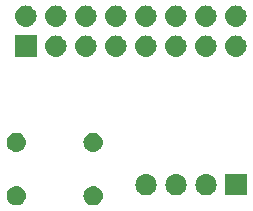
<source format=gbs>
G04 #@! TF.GenerationSoftware,KiCad,Pcbnew,(5.1.2)-1*
G04 #@! TF.CreationDate,2019-05-14T16:37:42-04:00*
G04 #@! TF.ProjectId,RaspberryPiHat,52617370-6265-4727-9279-50694861742e,1*
G04 #@! TF.SameCoordinates,Original*
G04 #@! TF.FileFunction,Soldermask,Bot*
G04 #@! TF.FilePolarity,Negative*
%FSLAX46Y46*%
G04 Gerber Fmt 4.6, Leading zero omitted, Abs format (unit mm)*
G04 Created by KiCad (PCBNEW (5.1.2)-1) date 2019-05-14 16:37:42*
%MOMM*%
%LPD*%
G04 APERTURE LIST*
%ADD10C,0.100000*%
G04 APERTURE END LIST*
D10*
G36*
X98349146Y-80445521D02*
G01*
X98428775Y-80453364D01*
X98566779Y-80495227D01*
X98582029Y-80499853D01*
X98723262Y-80575344D01*
X98847058Y-80676941D01*
X98948655Y-80800737D01*
X99024146Y-80941970D01*
X99024147Y-80941973D01*
X99070635Y-81095224D01*
X99086332Y-81254600D01*
X99070635Y-81413976D01*
X99024147Y-81567227D01*
X99024146Y-81567230D01*
X98948655Y-81708463D01*
X98847058Y-81832259D01*
X98723262Y-81933856D01*
X98582029Y-82009347D01*
X98582026Y-82009348D01*
X98428775Y-82055836D01*
X98349146Y-82063679D01*
X98309333Y-82067600D01*
X98229465Y-82067600D01*
X98189652Y-82063679D01*
X98110023Y-82055836D01*
X97956772Y-82009348D01*
X97956769Y-82009347D01*
X97815536Y-81933856D01*
X97691740Y-81832259D01*
X97590143Y-81708463D01*
X97514652Y-81567230D01*
X97514651Y-81567227D01*
X97468163Y-81413976D01*
X97452466Y-81254600D01*
X97468163Y-81095224D01*
X97514651Y-80941973D01*
X97514652Y-80941970D01*
X97590143Y-80800737D01*
X97691740Y-80676941D01*
X97815536Y-80575344D01*
X97956769Y-80499853D01*
X97972019Y-80495227D01*
X98110023Y-80453364D01*
X98189652Y-80445521D01*
X98229465Y-80441600D01*
X98309333Y-80441600D01*
X98349146Y-80445521D01*
X98349146Y-80445521D01*
G37*
G36*
X91846746Y-80445521D02*
G01*
X91926375Y-80453364D01*
X92064379Y-80495227D01*
X92079629Y-80499853D01*
X92220862Y-80575344D01*
X92344658Y-80676941D01*
X92446255Y-80800737D01*
X92521746Y-80941970D01*
X92521747Y-80941973D01*
X92568235Y-81095224D01*
X92583932Y-81254600D01*
X92568235Y-81413976D01*
X92521747Y-81567227D01*
X92521746Y-81567230D01*
X92446255Y-81708463D01*
X92344658Y-81832259D01*
X92220862Y-81933856D01*
X92079629Y-82009347D01*
X92079626Y-82009348D01*
X91926375Y-82055836D01*
X91846746Y-82063679D01*
X91806933Y-82067600D01*
X91727065Y-82067600D01*
X91687252Y-82063679D01*
X91607623Y-82055836D01*
X91454372Y-82009348D01*
X91454369Y-82009347D01*
X91313136Y-81933856D01*
X91189340Y-81832259D01*
X91087743Y-81708463D01*
X91012252Y-81567230D01*
X91012251Y-81567227D01*
X90965763Y-81413976D01*
X90950066Y-81254600D01*
X90965763Y-81095224D01*
X91012251Y-80941973D01*
X91012252Y-80941970D01*
X91087743Y-80800737D01*
X91189340Y-80676941D01*
X91313136Y-80575344D01*
X91454369Y-80499853D01*
X91469619Y-80495227D01*
X91607623Y-80453364D01*
X91687252Y-80445521D01*
X91727065Y-80441600D01*
X91806933Y-80441600D01*
X91846746Y-80445521D01*
X91846746Y-80445521D01*
G37*
G36*
X102860443Y-79424119D02*
G01*
X102926627Y-79430637D01*
X103096466Y-79482157D01*
X103252991Y-79565822D01*
X103288729Y-79595152D01*
X103390186Y-79678414D01*
X103473448Y-79779871D01*
X103502778Y-79815609D01*
X103586443Y-79972134D01*
X103637963Y-80141973D01*
X103655359Y-80318600D01*
X103637963Y-80495227D01*
X103586443Y-80665066D01*
X103502778Y-80821591D01*
X103473448Y-80857329D01*
X103390186Y-80958786D01*
X103288729Y-81042048D01*
X103252991Y-81071378D01*
X103096466Y-81155043D01*
X102926627Y-81206563D01*
X102860442Y-81213082D01*
X102794260Y-81219600D01*
X102705740Y-81219600D01*
X102639558Y-81213082D01*
X102573373Y-81206563D01*
X102403534Y-81155043D01*
X102247009Y-81071378D01*
X102211271Y-81042048D01*
X102109814Y-80958786D01*
X102026552Y-80857329D01*
X101997222Y-80821591D01*
X101913557Y-80665066D01*
X101862037Y-80495227D01*
X101844641Y-80318600D01*
X101862037Y-80141973D01*
X101913557Y-79972134D01*
X101997222Y-79815609D01*
X102026552Y-79779871D01*
X102109814Y-79678414D01*
X102211271Y-79595152D01*
X102247009Y-79565822D01*
X102403534Y-79482157D01*
X102573373Y-79430637D01*
X102639557Y-79424119D01*
X102705740Y-79417600D01*
X102794260Y-79417600D01*
X102860443Y-79424119D01*
X102860443Y-79424119D01*
G37*
G36*
X105400443Y-79424119D02*
G01*
X105466627Y-79430637D01*
X105636466Y-79482157D01*
X105792991Y-79565822D01*
X105828729Y-79595152D01*
X105930186Y-79678414D01*
X106013448Y-79779871D01*
X106042778Y-79815609D01*
X106126443Y-79972134D01*
X106177963Y-80141973D01*
X106195359Y-80318600D01*
X106177963Y-80495227D01*
X106126443Y-80665066D01*
X106042778Y-80821591D01*
X106013448Y-80857329D01*
X105930186Y-80958786D01*
X105828729Y-81042048D01*
X105792991Y-81071378D01*
X105636466Y-81155043D01*
X105466627Y-81206563D01*
X105400442Y-81213082D01*
X105334260Y-81219600D01*
X105245740Y-81219600D01*
X105179558Y-81213082D01*
X105113373Y-81206563D01*
X104943534Y-81155043D01*
X104787009Y-81071378D01*
X104751271Y-81042048D01*
X104649814Y-80958786D01*
X104566552Y-80857329D01*
X104537222Y-80821591D01*
X104453557Y-80665066D01*
X104402037Y-80495227D01*
X104384641Y-80318600D01*
X104402037Y-80141973D01*
X104453557Y-79972134D01*
X104537222Y-79815609D01*
X104566552Y-79779871D01*
X104649814Y-79678414D01*
X104751271Y-79595152D01*
X104787009Y-79565822D01*
X104943534Y-79482157D01*
X105113373Y-79430637D01*
X105179557Y-79424119D01*
X105245740Y-79417600D01*
X105334260Y-79417600D01*
X105400443Y-79424119D01*
X105400443Y-79424119D01*
G37*
G36*
X107940443Y-79424119D02*
G01*
X108006627Y-79430637D01*
X108176466Y-79482157D01*
X108332991Y-79565822D01*
X108368729Y-79595152D01*
X108470186Y-79678414D01*
X108553448Y-79779871D01*
X108582778Y-79815609D01*
X108666443Y-79972134D01*
X108717963Y-80141973D01*
X108735359Y-80318600D01*
X108717963Y-80495227D01*
X108666443Y-80665066D01*
X108582778Y-80821591D01*
X108553448Y-80857329D01*
X108470186Y-80958786D01*
X108368729Y-81042048D01*
X108332991Y-81071378D01*
X108176466Y-81155043D01*
X108006627Y-81206563D01*
X107940442Y-81213082D01*
X107874260Y-81219600D01*
X107785740Y-81219600D01*
X107719558Y-81213082D01*
X107653373Y-81206563D01*
X107483534Y-81155043D01*
X107327009Y-81071378D01*
X107291271Y-81042048D01*
X107189814Y-80958786D01*
X107106552Y-80857329D01*
X107077222Y-80821591D01*
X106993557Y-80665066D01*
X106942037Y-80495227D01*
X106924641Y-80318600D01*
X106942037Y-80141973D01*
X106993557Y-79972134D01*
X107077222Y-79815609D01*
X107106552Y-79779871D01*
X107189814Y-79678414D01*
X107291271Y-79595152D01*
X107327009Y-79565822D01*
X107483534Y-79482157D01*
X107653373Y-79430637D01*
X107719557Y-79424119D01*
X107785740Y-79417600D01*
X107874260Y-79417600D01*
X107940443Y-79424119D01*
X107940443Y-79424119D01*
G37*
G36*
X111271000Y-81219600D02*
G01*
X109469000Y-81219600D01*
X109469000Y-79417600D01*
X111271000Y-79417600D01*
X111271000Y-81219600D01*
X111271000Y-81219600D01*
G37*
G36*
X91846746Y-75924321D02*
G01*
X91926375Y-75932164D01*
X92079626Y-75978652D01*
X92079629Y-75978653D01*
X92220862Y-76054144D01*
X92344658Y-76155741D01*
X92446255Y-76279537D01*
X92521746Y-76420770D01*
X92521747Y-76420773D01*
X92568235Y-76574024D01*
X92583932Y-76733400D01*
X92568235Y-76892776D01*
X92521747Y-77046027D01*
X92521746Y-77046030D01*
X92446255Y-77187263D01*
X92344658Y-77311059D01*
X92220862Y-77412656D01*
X92079629Y-77488147D01*
X92079626Y-77488148D01*
X91926375Y-77534636D01*
X91846746Y-77542479D01*
X91806933Y-77546400D01*
X91727065Y-77546400D01*
X91687252Y-77542479D01*
X91607623Y-77534636D01*
X91454372Y-77488148D01*
X91454369Y-77488147D01*
X91313136Y-77412656D01*
X91189340Y-77311059D01*
X91087743Y-77187263D01*
X91012252Y-77046030D01*
X91012251Y-77046027D01*
X90965763Y-76892776D01*
X90950066Y-76733400D01*
X90965763Y-76574024D01*
X91012251Y-76420773D01*
X91012252Y-76420770D01*
X91087743Y-76279537D01*
X91189340Y-76155741D01*
X91313136Y-76054144D01*
X91454369Y-75978653D01*
X91454372Y-75978652D01*
X91607623Y-75932164D01*
X91687252Y-75924321D01*
X91727065Y-75920400D01*
X91806933Y-75920400D01*
X91846746Y-75924321D01*
X91846746Y-75924321D01*
G37*
G36*
X98349146Y-75924321D02*
G01*
X98428775Y-75932164D01*
X98582026Y-75978652D01*
X98582029Y-75978653D01*
X98723262Y-76054144D01*
X98847058Y-76155741D01*
X98948655Y-76279537D01*
X99024146Y-76420770D01*
X99024147Y-76420773D01*
X99070635Y-76574024D01*
X99086332Y-76733400D01*
X99070635Y-76892776D01*
X99024147Y-77046027D01*
X99024146Y-77046030D01*
X98948655Y-77187263D01*
X98847058Y-77311059D01*
X98723262Y-77412656D01*
X98582029Y-77488147D01*
X98582026Y-77488148D01*
X98428775Y-77534636D01*
X98349146Y-77542479D01*
X98309333Y-77546400D01*
X98229465Y-77546400D01*
X98189652Y-77542479D01*
X98110023Y-77534636D01*
X97956772Y-77488148D01*
X97956769Y-77488147D01*
X97815536Y-77412656D01*
X97691740Y-77311059D01*
X97590143Y-77187263D01*
X97514652Y-77046030D01*
X97514651Y-77046027D01*
X97468163Y-76892776D01*
X97452466Y-76733400D01*
X97468163Y-76574024D01*
X97514651Y-76420773D01*
X97514652Y-76420770D01*
X97590143Y-76279537D01*
X97691740Y-76155741D01*
X97815536Y-76054144D01*
X97956769Y-75978653D01*
X97956772Y-75978652D01*
X98110023Y-75932164D01*
X98189652Y-75924321D01*
X98229465Y-75920400D01*
X98309333Y-75920400D01*
X98349146Y-75924321D01*
X98349146Y-75924321D01*
G37*
G36*
X102853443Y-67685519D02*
G01*
X102919627Y-67692037D01*
X103089466Y-67743557D01*
X103245991Y-67827222D01*
X103281729Y-67856552D01*
X103383186Y-67939814D01*
X103466448Y-68041271D01*
X103495778Y-68077009D01*
X103579443Y-68233534D01*
X103630963Y-68403373D01*
X103648359Y-68580000D01*
X103630963Y-68756627D01*
X103579443Y-68926466D01*
X103495778Y-69082991D01*
X103466448Y-69118729D01*
X103383186Y-69220186D01*
X103281729Y-69303448D01*
X103245991Y-69332778D01*
X103089466Y-69416443D01*
X102919627Y-69467963D01*
X102853442Y-69474482D01*
X102787260Y-69481000D01*
X102698740Y-69481000D01*
X102632558Y-69474482D01*
X102566373Y-69467963D01*
X102396534Y-69416443D01*
X102240009Y-69332778D01*
X102204271Y-69303448D01*
X102102814Y-69220186D01*
X102019552Y-69118729D01*
X101990222Y-69082991D01*
X101906557Y-68926466D01*
X101855037Y-68756627D01*
X101837641Y-68580000D01*
X101855037Y-68403373D01*
X101906557Y-68233534D01*
X101990222Y-68077009D01*
X102019552Y-68041271D01*
X102102814Y-67939814D01*
X102204271Y-67856552D01*
X102240009Y-67827222D01*
X102396534Y-67743557D01*
X102566373Y-67692037D01*
X102632557Y-67685519D01*
X102698740Y-67679000D01*
X102787260Y-67679000D01*
X102853443Y-67685519D01*
X102853443Y-67685519D01*
G37*
G36*
X93484000Y-69481000D02*
G01*
X91682000Y-69481000D01*
X91682000Y-67679000D01*
X93484000Y-67679000D01*
X93484000Y-69481000D01*
X93484000Y-69481000D01*
G37*
G36*
X95233443Y-67685519D02*
G01*
X95299627Y-67692037D01*
X95469466Y-67743557D01*
X95625991Y-67827222D01*
X95661729Y-67856552D01*
X95763186Y-67939814D01*
X95846448Y-68041271D01*
X95875778Y-68077009D01*
X95959443Y-68233534D01*
X96010963Y-68403373D01*
X96028359Y-68580000D01*
X96010963Y-68756627D01*
X95959443Y-68926466D01*
X95875778Y-69082991D01*
X95846448Y-69118729D01*
X95763186Y-69220186D01*
X95661729Y-69303448D01*
X95625991Y-69332778D01*
X95469466Y-69416443D01*
X95299627Y-69467963D01*
X95233442Y-69474482D01*
X95167260Y-69481000D01*
X95078740Y-69481000D01*
X95012558Y-69474482D01*
X94946373Y-69467963D01*
X94776534Y-69416443D01*
X94620009Y-69332778D01*
X94584271Y-69303448D01*
X94482814Y-69220186D01*
X94399552Y-69118729D01*
X94370222Y-69082991D01*
X94286557Y-68926466D01*
X94235037Y-68756627D01*
X94217641Y-68580000D01*
X94235037Y-68403373D01*
X94286557Y-68233534D01*
X94370222Y-68077009D01*
X94399552Y-68041271D01*
X94482814Y-67939814D01*
X94584271Y-67856552D01*
X94620009Y-67827222D01*
X94776534Y-67743557D01*
X94946373Y-67692037D01*
X95012557Y-67685519D01*
X95078740Y-67679000D01*
X95167260Y-67679000D01*
X95233443Y-67685519D01*
X95233443Y-67685519D01*
G37*
G36*
X100313443Y-67685519D02*
G01*
X100379627Y-67692037D01*
X100549466Y-67743557D01*
X100705991Y-67827222D01*
X100741729Y-67856552D01*
X100843186Y-67939814D01*
X100926448Y-68041271D01*
X100955778Y-68077009D01*
X101039443Y-68233534D01*
X101090963Y-68403373D01*
X101108359Y-68580000D01*
X101090963Y-68756627D01*
X101039443Y-68926466D01*
X100955778Y-69082991D01*
X100926448Y-69118729D01*
X100843186Y-69220186D01*
X100741729Y-69303448D01*
X100705991Y-69332778D01*
X100549466Y-69416443D01*
X100379627Y-69467963D01*
X100313442Y-69474482D01*
X100247260Y-69481000D01*
X100158740Y-69481000D01*
X100092558Y-69474482D01*
X100026373Y-69467963D01*
X99856534Y-69416443D01*
X99700009Y-69332778D01*
X99664271Y-69303448D01*
X99562814Y-69220186D01*
X99479552Y-69118729D01*
X99450222Y-69082991D01*
X99366557Y-68926466D01*
X99315037Y-68756627D01*
X99297641Y-68580000D01*
X99315037Y-68403373D01*
X99366557Y-68233534D01*
X99450222Y-68077009D01*
X99479552Y-68041271D01*
X99562814Y-67939814D01*
X99664271Y-67856552D01*
X99700009Y-67827222D01*
X99856534Y-67743557D01*
X100026373Y-67692037D01*
X100092557Y-67685519D01*
X100158740Y-67679000D01*
X100247260Y-67679000D01*
X100313443Y-67685519D01*
X100313443Y-67685519D01*
G37*
G36*
X105393443Y-67685519D02*
G01*
X105459627Y-67692037D01*
X105629466Y-67743557D01*
X105785991Y-67827222D01*
X105821729Y-67856552D01*
X105923186Y-67939814D01*
X106006448Y-68041271D01*
X106035778Y-68077009D01*
X106119443Y-68233534D01*
X106170963Y-68403373D01*
X106188359Y-68580000D01*
X106170963Y-68756627D01*
X106119443Y-68926466D01*
X106035778Y-69082991D01*
X106006448Y-69118729D01*
X105923186Y-69220186D01*
X105821729Y-69303448D01*
X105785991Y-69332778D01*
X105629466Y-69416443D01*
X105459627Y-69467963D01*
X105393442Y-69474482D01*
X105327260Y-69481000D01*
X105238740Y-69481000D01*
X105172558Y-69474482D01*
X105106373Y-69467963D01*
X104936534Y-69416443D01*
X104780009Y-69332778D01*
X104744271Y-69303448D01*
X104642814Y-69220186D01*
X104559552Y-69118729D01*
X104530222Y-69082991D01*
X104446557Y-68926466D01*
X104395037Y-68756627D01*
X104377641Y-68580000D01*
X104395037Y-68403373D01*
X104446557Y-68233534D01*
X104530222Y-68077009D01*
X104559552Y-68041271D01*
X104642814Y-67939814D01*
X104744271Y-67856552D01*
X104780009Y-67827222D01*
X104936534Y-67743557D01*
X105106373Y-67692037D01*
X105172557Y-67685519D01*
X105238740Y-67679000D01*
X105327260Y-67679000D01*
X105393443Y-67685519D01*
X105393443Y-67685519D01*
G37*
G36*
X107933443Y-67685519D02*
G01*
X107999627Y-67692037D01*
X108169466Y-67743557D01*
X108325991Y-67827222D01*
X108361729Y-67856552D01*
X108463186Y-67939814D01*
X108546448Y-68041271D01*
X108575778Y-68077009D01*
X108659443Y-68233534D01*
X108710963Y-68403373D01*
X108728359Y-68580000D01*
X108710963Y-68756627D01*
X108659443Y-68926466D01*
X108575778Y-69082991D01*
X108546448Y-69118729D01*
X108463186Y-69220186D01*
X108361729Y-69303448D01*
X108325991Y-69332778D01*
X108169466Y-69416443D01*
X107999627Y-69467963D01*
X107933442Y-69474482D01*
X107867260Y-69481000D01*
X107778740Y-69481000D01*
X107712558Y-69474482D01*
X107646373Y-69467963D01*
X107476534Y-69416443D01*
X107320009Y-69332778D01*
X107284271Y-69303448D01*
X107182814Y-69220186D01*
X107099552Y-69118729D01*
X107070222Y-69082991D01*
X106986557Y-68926466D01*
X106935037Y-68756627D01*
X106917641Y-68580000D01*
X106935037Y-68403373D01*
X106986557Y-68233534D01*
X107070222Y-68077009D01*
X107099552Y-68041271D01*
X107182814Y-67939814D01*
X107284271Y-67856552D01*
X107320009Y-67827222D01*
X107476534Y-67743557D01*
X107646373Y-67692037D01*
X107712557Y-67685519D01*
X107778740Y-67679000D01*
X107867260Y-67679000D01*
X107933443Y-67685519D01*
X107933443Y-67685519D01*
G37*
G36*
X110473443Y-67685519D02*
G01*
X110539627Y-67692037D01*
X110709466Y-67743557D01*
X110865991Y-67827222D01*
X110901729Y-67856552D01*
X111003186Y-67939814D01*
X111086448Y-68041271D01*
X111115778Y-68077009D01*
X111199443Y-68233534D01*
X111250963Y-68403373D01*
X111268359Y-68580000D01*
X111250963Y-68756627D01*
X111199443Y-68926466D01*
X111115778Y-69082991D01*
X111086448Y-69118729D01*
X111003186Y-69220186D01*
X110901729Y-69303448D01*
X110865991Y-69332778D01*
X110709466Y-69416443D01*
X110539627Y-69467963D01*
X110473442Y-69474482D01*
X110407260Y-69481000D01*
X110318740Y-69481000D01*
X110252558Y-69474482D01*
X110186373Y-69467963D01*
X110016534Y-69416443D01*
X109860009Y-69332778D01*
X109824271Y-69303448D01*
X109722814Y-69220186D01*
X109639552Y-69118729D01*
X109610222Y-69082991D01*
X109526557Y-68926466D01*
X109475037Y-68756627D01*
X109457641Y-68580000D01*
X109475037Y-68403373D01*
X109526557Y-68233534D01*
X109610222Y-68077009D01*
X109639552Y-68041271D01*
X109722814Y-67939814D01*
X109824271Y-67856552D01*
X109860009Y-67827222D01*
X110016534Y-67743557D01*
X110186373Y-67692037D01*
X110252557Y-67685519D01*
X110318740Y-67679000D01*
X110407260Y-67679000D01*
X110473443Y-67685519D01*
X110473443Y-67685519D01*
G37*
G36*
X97773443Y-67685519D02*
G01*
X97839627Y-67692037D01*
X98009466Y-67743557D01*
X98165991Y-67827222D01*
X98201729Y-67856552D01*
X98303186Y-67939814D01*
X98386448Y-68041271D01*
X98415778Y-68077009D01*
X98499443Y-68233534D01*
X98550963Y-68403373D01*
X98568359Y-68580000D01*
X98550963Y-68756627D01*
X98499443Y-68926466D01*
X98415778Y-69082991D01*
X98386448Y-69118729D01*
X98303186Y-69220186D01*
X98201729Y-69303448D01*
X98165991Y-69332778D01*
X98009466Y-69416443D01*
X97839627Y-69467963D01*
X97773442Y-69474482D01*
X97707260Y-69481000D01*
X97618740Y-69481000D01*
X97552558Y-69474482D01*
X97486373Y-69467963D01*
X97316534Y-69416443D01*
X97160009Y-69332778D01*
X97124271Y-69303448D01*
X97022814Y-69220186D01*
X96939552Y-69118729D01*
X96910222Y-69082991D01*
X96826557Y-68926466D01*
X96775037Y-68756627D01*
X96757641Y-68580000D01*
X96775037Y-68403373D01*
X96826557Y-68233534D01*
X96910222Y-68077009D01*
X96939552Y-68041271D01*
X97022814Y-67939814D01*
X97124271Y-67856552D01*
X97160009Y-67827222D01*
X97316534Y-67743557D01*
X97486373Y-67692037D01*
X97552557Y-67685519D01*
X97618740Y-67679000D01*
X97707260Y-67679000D01*
X97773443Y-67685519D01*
X97773443Y-67685519D01*
G37*
G36*
X105393442Y-65145518D02*
G01*
X105459627Y-65152037D01*
X105629466Y-65203557D01*
X105785991Y-65287222D01*
X105821729Y-65316552D01*
X105923186Y-65399814D01*
X106006448Y-65501271D01*
X106035778Y-65537009D01*
X106119443Y-65693534D01*
X106170963Y-65863373D01*
X106188359Y-66040000D01*
X106170963Y-66216627D01*
X106119443Y-66386466D01*
X106035778Y-66542991D01*
X106006448Y-66578729D01*
X105923186Y-66680186D01*
X105821729Y-66763448D01*
X105785991Y-66792778D01*
X105629466Y-66876443D01*
X105459627Y-66927963D01*
X105393442Y-66934482D01*
X105327260Y-66941000D01*
X105238740Y-66941000D01*
X105172558Y-66934482D01*
X105106373Y-66927963D01*
X104936534Y-66876443D01*
X104780009Y-66792778D01*
X104744271Y-66763448D01*
X104642814Y-66680186D01*
X104559552Y-66578729D01*
X104530222Y-66542991D01*
X104446557Y-66386466D01*
X104395037Y-66216627D01*
X104377641Y-66040000D01*
X104395037Y-65863373D01*
X104446557Y-65693534D01*
X104530222Y-65537009D01*
X104559552Y-65501271D01*
X104642814Y-65399814D01*
X104744271Y-65316552D01*
X104780009Y-65287222D01*
X104936534Y-65203557D01*
X105106373Y-65152037D01*
X105172558Y-65145518D01*
X105238740Y-65139000D01*
X105327260Y-65139000D01*
X105393442Y-65145518D01*
X105393442Y-65145518D01*
G37*
G36*
X110473442Y-65145518D02*
G01*
X110539627Y-65152037D01*
X110709466Y-65203557D01*
X110865991Y-65287222D01*
X110901729Y-65316552D01*
X111003186Y-65399814D01*
X111086448Y-65501271D01*
X111115778Y-65537009D01*
X111199443Y-65693534D01*
X111250963Y-65863373D01*
X111268359Y-66040000D01*
X111250963Y-66216627D01*
X111199443Y-66386466D01*
X111115778Y-66542991D01*
X111086448Y-66578729D01*
X111003186Y-66680186D01*
X110901729Y-66763448D01*
X110865991Y-66792778D01*
X110709466Y-66876443D01*
X110539627Y-66927963D01*
X110473442Y-66934482D01*
X110407260Y-66941000D01*
X110318740Y-66941000D01*
X110252558Y-66934482D01*
X110186373Y-66927963D01*
X110016534Y-66876443D01*
X109860009Y-66792778D01*
X109824271Y-66763448D01*
X109722814Y-66680186D01*
X109639552Y-66578729D01*
X109610222Y-66542991D01*
X109526557Y-66386466D01*
X109475037Y-66216627D01*
X109457641Y-66040000D01*
X109475037Y-65863373D01*
X109526557Y-65693534D01*
X109610222Y-65537009D01*
X109639552Y-65501271D01*
X109722814Y-65399814D01*
X109824271Y-65316552D01*
X109860009Y-65287222D01*
X110016534Y-65203557D01*
X110186373Y-65152037D01*
X110252558Y-65145518D01*
X110318740Y-65139000D01*
X110407260Y-65139000D01*
X110473442Y-65145518D01*
X110473442Y-65145518D01*
G37*
G36*
X107933442Y-65145518D02*
G01*
X107999627Y-65152037D01*
X108169466Y-65203557D01*
X108325991Y-65287222D01*
X108361729Y-65316552D01*
X108463186Y-65399814D01*
X108546448Y-65501271D01*
X108575778Y-65537009D01*
X108659443Y-65693534D01*
X108710963Y-65863373D01*
X108728359Y-66040000D01*
X108710963Y-66216627D01*
X108659443Y-66386466D01*
X108575778Y-66542991D01*
X108546448Y-66578729D01*
X108463186Y-66680186D01*
X108361729Y-66763448D01*
X108325991Y-66792778D01*
X108169466Y-66876443D01*
X107999627Y-66927963D01*
X107933442Y-66934482D01*
X107867260Y-66941000D01*
X107778740Y-66941000D01*
X107712558Y-66934482D01*
X107646373Y-66927963D01*
X107476534Y-66876443D01*
X107320009Y-66792778D01*
X107284271Y-66763448D01*
X107182814Y-66680186D01*
X107099552Y-66578729D01*
X107070222Y-66542991D01*
X106986557Y-66386466D01*
X106935037Y-66216627D01*
X106917641Y-66040000D01*
X106935037Y-65863373D01*
X106986557Y-65693534D01*
X107070222Y-65537009D01*
X107099552Y-65501271D01*
X107182814Y-65399814D01*
X107284271Y-65316552D01*
X107320009Y-65287222D01*
X107476534Y-65203557D01*
X107646373Y-65152037D01*
X107712558Y-65145518D01*
X107778740Y-65139000D01*
X107867260Y-65139000D01*
X107933442Y-65145518D01*
X107933442Y-65145518D01*
G37*
G36*
X102853442Y-65145518D02*
G01*
X102919627Y-65152037D01*
X103089466Y-65203557D01*
X103245991Y-65287222D01*
X103281729Y-65316552D01*
X103383186Y-65399814D01*
X103466448Y-65501271D01*
X103495778Y-65537009D01*
X103579443Y-65693534D01*
X103630963Y-65863373D01*
X103648359Y-66040000D01*
X103630963Y-66216627D01*
X103579443Y-66386466D01*
X103495778Y-66542991D01*
X103466448Y-66578729D01*
X103383186Y-66680186D01*
X103281729Y-66763448D01*
X103245991Y-66792778D01*
X103089466Y-66876443D01*
X102919627Y-66927963D01*
X102853442Y-66934482D01*
X102787260Y-66941000D01*
X102698740Y-66941000D01*
X102632558Y-66934482D01*
X102566373Y-66927963D01*
X102396534Y-66876443D01*
X102240009Y-66792778D01*
X102204271Y-66763448D01*
X102102814Y-66680186D01*
X102019552Y-66578729D01*
X101990222Y-66542991D01*
X101906557Y-66386466D01*
X101855037Y-66216627D01*
X101837641Y-66040000D01*
X101855037Y-65863373D01*
X101906557Y-65693534D01*
X101990222Y-65537009D01*
X102019552Y-65501271D01*
X102102814Y-65399814D01*
X102204271Y-65316552D01*
X102240009Y-65287222D01*
X102396534Y-65203557D01*
X102566373Y-65152037D01*
X102632558Y-65145518D01*
X102698740Y-65139000D01*
X102787260Y-65139000D01*
X102853442Y-65145518D01*
X102853442Y-65145518D01*
G37*
G36*
X100313442Y-65145518D02*
G01*
X100379627Y-65152037D01*
X100549466Y-65203557D01*
X100705991Y-65287222D01*
X100741729Y-65316552D01*
X100843186Y-65399814D01*
X100926448Y-65501271D01*
X100955778Y-65537009D01*
X101039443Y-65693534D01*
X101090963Y-65863373D01*
X101108359Y-66040000D01*
X101090963Y-66216627D01*
X101039443Y-66386466D01*
X100955778Y-66542991D01*
X100926448Y-66578729D01*
X100843186Y-66680186D01*
X100741729Y-66763448D01*
X100705991Y-66792778D01*
X100549466Y-66876443D01*
X100379627Y-66927963D01*
X100313442Y-66934482D01*
X100247260Y-66941000D01*
X100158740Y-66941000D01*
X100092558Y-66934482D01*
X100026373Y-66927963D01*
X99856534Y-66876443D01*
X99700009Y-66792778D01*
X99664271Y-66763448D01*
X99562814Y-66680186D01*
X99479552Y-66578729D01*
X99450222Y-66542991D01*
X99366557Y-66386466D01*
X99315037Y-66216627D01*
X99297641Y-66040000D01*
X99315037Y-65863373D01*
X99366557Y-65693534D01*
X99450222Y-65537009D01*
X99479552Y-65501271D01*
X99562814Y-65399814D01*
X99664271Y-65316552D01*
X99700009Y-65287222D01*
X99856534Y-65203557D01*
X100026373Y-65152037D01*
X100092558Y-65145518D01*
X100158740Y-65139000D01*
X100247260Y-65139000D01*
X100313442Y-65145518D01*
X100313442Y-65145518D01*
G37*
G36*
X97773442Y-65145518D02*
G01*
X97839627Y-65152037D01*
X98009466Y-65203557D01*
X98165991Y-65287222D01*
X98201729Y-65316552D01*
X98303186Y-65399814D01*
X98386448Y-65501271D01*
X98415778Y-65537009D01*
X98499443Y-65693534D01*
X98550963Y-65863373D01*
X98568359Y-66040000D01*
X98550963Y-66216627D01*
X98499443Y-66386466D01*
X98415778Y-66542991D01*
X98386448Y-66578729D01*
X98303186Y-66680186D01*
X98201729Y-66763448D01*
X98165991Y-66792778D01*
X98009466Y-66876443D01*
X97839627Y-66927963D01*
X97773442Y-66934482D01*
X97707260Y-66941000D01*
X97618740Y-66941000D01*
X97552558Y-66934482D01*
X97486373Y-66927963D01*
X97316534Y-66876443D01*
X97160009Y-66792778D01*
X97124271Y-66763448D01*
X97022814Y-66680186D01*
X96939552Y-66578729D01*
X96910222Y-66542991D01*
X96826557Y-66386466D01*
X96775037Y-66216627D01*
X96757641Y-66040000D01*
X96775037Y-65863373D01*
X96826557Y-65693534D01*
X96910222Y-65537009D01*
X96939552Y-65501271D01*
X97022814Y-65399814D01*
X97124271Y-65316552D01*
X97160009Y-65287222D01*
X97316534Y-65203557D01*
X97486373Y-65152037D01*
X97552558Y-65145518D01*
X97618740Y-65139000D01*
X97707260Y-65139000D01*
X97773442Y-65145518D01*
X97773442Y-65145518D01*
G37*
G36*
X95233442Y-65145518D02*
G01*
X95299627Y-65152037D01*
X95469466Y-65203557D01*
X95625991Y-65287222D01*
X95661729Y-65316552D01*
X95763186Y-65399814D01*
X95846448Y-65501271D01*
X95875778Y-65537009D01*
X95959443Y-65693534D01*
X96010963Y-65863373D01*
X96028359Y-66040000D01*
X96010963Y-66216627D01*
X95959443Y-66386466D01*
X95875778Y-66542991D01*
X95846448Y-66578729D01*
X95763186Y-66680186D01*
X95661729Y-66763448D01*
X95625991Y-66792778D01*
X95469466Y-66876443D01*
X95299627Y-66927963D01*
X95233442Y-66934482D01*
X95167260Y-66941000D01*
X95078740Y-66941000D01*
X95012558Y-66934482D01*
X94946373Y-66927963D01*
X94776534Y-66876443D01*
X94620009Y-66792778D01*
X94584271Y-66763448D01*
X94482814Y-66680186D01*
X94399552Y-66578729D01*
X94370222Y-66542991D01*
X94286557Y-66386466D01*
X94235037Y-66216627D01*
X94217641Y-66040000D01*
X94235037Y-65863373D01*
X94286557Y-65693534D01*
X94370222Y-65537009D01*
X94399552Y-65501271D01*
X94482814Y-65399814D01*
X94584271Y-65316552D01*
X94620009Y-65287222D01*
X94776534Y-65203557D01*
X94946373Y-65152037D01*
X95012558Y-65145518D01*
X95078740Y-65139000D01*
X95167260Y-65139000D01*
X95233442Y-65145518D01*
X95233442Y-65145518D01*
G37*
G36*
X92693442Y-65145518D02*
G01*
X92759627Y-65152037D01*
X92929466Y-65203557D01*
X93085991Y-65287222D01*
X93121729Y-65316552D01*
X93223186Y-65399814D01*
X93306448Y-65501271D01*
X93335778Y-65537009D01*
X93419443Y-65693534D01*
X93470963Y-65863373D01*
X93488359Y-66040000D01*
X93470963Y-66216627D01*
X93419443Y-66386466D01*
X93335778Y-66542991D01*
X93306448Y-66578729D01*
X93223186Y-66680186D01*
X93121729Y-66763448D01*
X93085991Y-66792778D01*
X92929466Y-66876443D01*
X92759627Y-66927963D01*
X92693442Y-66934482D01*
X92627260Y-66941000D01*
X92538740Y-66941000D01*
X92472558Y-66934482D01*
X92406373Y-66927963D01*
X92236534Y-66876443D01*
X92080009Y-66792778D01*
X92044271Y-66763448D01*
X91942814Y-66680186D01*
X91859552Y-66578729D01*
X91830222Y-66542991D01*
X91746557Y-66386466D01*
X91695037Y-66216627D01*
X91677641Y-66040000D01*
X91695037Y-65863373D01*
X91746557Y-65693534D01*
X91830222Y-65537009D01*
X91859552Y-65501271D01*
X91942814Y-65399814D01*
X92044271Y-65316552D01*
X92080009Y-65287222D01*
X92236534Y-65203557D01*
X92406373Y-65152037D01*
X92472558Y-65145518D01*
X92538740Y-65139000D01*
X92627260Y-65139000D01*
X92693442Y-65145518D01*
X92693442Y-65145518D01*
G37*
M02*

</source>
